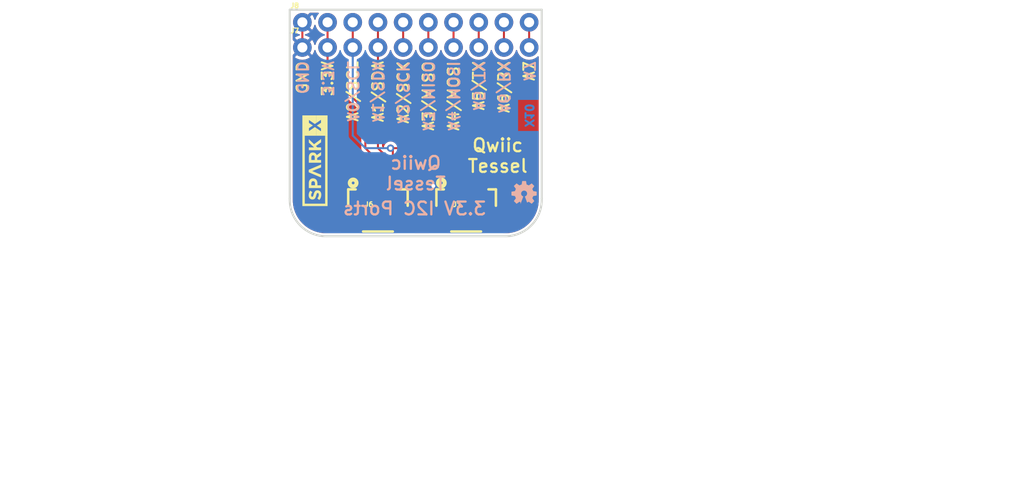
<source format=kicad_pcb>
(kicad_pcb (version 20211014) (generator pcbnew)
  (layers (0 "F.Cu" signal) (31 "B.Cu" signal) (34 "B.Paste" user) (35 "F.Paste" user) (36 "B.SilkS" user "B.Silkscreen") (37 "F.SilkS" user "F.Silkscreen") (38 "B.Mask" user) (39 "F.Mask" user) (44 "Edge.Cuts" user))
  (net 0 "")
  (net 1 "GND")
  (net 2 "3.3V")
  (net 3 "A7")
  (net 4 "A6/RX")
  (net 5 "A5/TX")
  (net 6 "A4/MOSI")
  (net 7 "A3/MISO")
  (net 8 "A2/SCK")
  (net 9 "A1/SDA")
  (net 10 "A0/SCL")
  (footprint "eagleBoard:SPARKX-MEDIUM" (layer "F.Cu") (at 138.3411 108.812233 90)
    (fp_text reference "U$2" hide)
    (fp_text value "SPARKX-LOGO4" hide)
    (fp_poly (pts (xy 1.865272 -0.295634) (xy 1.535904 -0.295634) (xy 1.834847 -0.617646) (xy 2.174284 -0.617646)) (layer "F.SilkS") (width 0) (fill solid))
    (fp_poly (pts (xy -3.164101 -0.264097) (xy -3.239432 -0.305634) (xy -3.135518 -0.305634)) (layer "F.SilkS") (width 0) (fill solid))
    (fp_poly (pts (xy 1.344596 -0.089545) (xy 1.545187 -0.305634) (xy 1.874867 -0.305634) (xy 1.669821 -0.091935) (xy 2.195332 0.618562) (xy 1.859174 0.618562) (xy 1.480797 0.099201) (xy 1.344596 0.240675) (xy 1.344596 0.618562) (xy 1.064846 0.618562) (xy 1.064846 -0.305634) (xy 1.344596 -0.305634)) (layer "F.SilkS") (width 0) (fill solid))
    (fp_poly (pts (xy -3.350864 -0.623897) (xy -3.231664 -0.593614) (xy -3.122681 -0.544594) (xy -3.018757 -0.474993) (xy -3.142402 -0.295634) (xy -3.221295 -0.295634) (xy -3.328541 -0.354727) (xy -3.406214 -0.378309) (xy -3.483831 -0.386332) (xy -3.551059 -0.378465) (xy -3.598739 -0.356196) (xy -3.626802 -0.323794) (xy -3.63342 -0.295634) (xy -3.909783 -0.295634) (xy -3.905449 -0.341086) (xy -3.88163 -0.413579) (xy -3.843373 -0.476992) (xy -3.792562 -0.531416) (xy -3.729539 -0.574971) (xy -3.655543 -0.607348) (xy -3.572421 -0.627359) (xy -3.48111 -0.634121)) (layer "F.SilkS") (width 0) (fill solid))
    (fp_poly (pts (xy -3.63614 -0.28381) (xy -3.63614 -0.281243) (xy -3.625594 -0.231145) (xy -3.586256 -0.193557) (xy -3.506021 -0.161102) (xy -3.375421 -0.124571) (xy -3.20837 -0.069497) (xy -3.084773 0.004288) (xy -3.039813 0.051736) (xy -3.007425 0.106786) (xy -2.98779 0.171058) (xy -2.981431 0.246677) (xy -2.981431 0.254442) (xy -2.989734 0.340975) (xy -3.014776 0.418156) (xy -3.054999 0.484064) (xy -3.108523 0.538825) (xy -3.174819 0.581443) (xy -3.251936 0.612864) (xy -3.339283 0.632345) (xy -3.435454 0.638692) (xy -3.575258 0.62643) (xy -3.712363 0.589929) (xy -3.841957 0.528456) (xy -3.962905 0.437932) (xy -3.797445 0.239191) (xy -3.70858 0.303299) (xy -3.621793 0.350171) (xy -3.529975 0.379937) (xy -3.429933 0.389994) (xy -3.35618 0.382097) (xy -3.302034 0.35971) (xy -3.268752 0.325074) (xy -3.257521 0.278298) (xy -3.257521 0.275769) (xy -3.267162 0.231061) (xy -3.302086 0.195266) (xy -3.376797 0.161061) (xy -3.501746 0.12458) (xy -3.671424 0.073219) (xy -3.800513 0.00314) (xy -3.847977 -0.043804) (xy -3.883465 -0.101229) (xy -3.90566 -0.17153) (xy -3.913146 -0.255809) (xy -3.913146 -0.259925) (xy -3.908835 -0.305634) (xy -3.631093 -0.305634)) (layer "F.SilkS") (width 0) (fill solid))
    (fp_poly (pts (xy -2.476681 0.000487) (xy -2.268076 0.000487) (xy -2.179495 -0.012423) (xy -2.113916 -0.051299) (xy -2.073186 -0.109683) (xy -2.059656 -0.180607) (xy -2.059656 -0.183345) (xy -2.07389 -0.261685) (xy -2.107186 -0.305634) (xy -1.791612 -0.305634) (xy -1.784441 -0.28073) (xy -1.77625 -0.189505) (xy -1.77625 -0.16442) (xy -1.778857 -0.169639) (xy -1.786895 -0.086136) (xy -1.816007 0.002126) (xy -1.862432 0.077275) (xy -1.923461 0.139229) (xy -1.997168 0.187031) (xy -2.082436 0.221506) (xy -2.177086 0.2422) (xy -2.277599 0.249143) (xy -2.477596 0.249143) (xy -2.477596 0.616734) (xy -2.757343 0.616734) (xy -2.757343 -0.305634) (xy -2.476681 -0.305634)) (layer "F.SilkS") (width 0) (fill solid))
    (fp_poly (pts (xy -2.145499 -0.611403) (xy -2.052069 -0.588123) (xy -1.971014 -0.550421) (xy -1.903114 -0.500214) (xy -1.848543 -0.437616) (xy -1.808605 -0.364015) (xy -1.788713 -0.295634) (xy -2.099613 -0.295634) (xy -2.116482 -0.317948) (xy -2.18378 -0.352785) (xy -2.273523 -0.364418) (xy -2.476681 -0.364418) (xy -2.476681 -0.295634) (xy -2.757343 -0.295634) (xy -2.757343 -0.619478) (xy -2.251062 -0.619478)) (layer "F.SilkS") (width 0) (fill solid))
    (fp_poly (pts (xy 0.467247 -0.610908) (xy 0.559405 -0.590713) (xy 0.639462 -0.556901) (xy 0.707412 -0.509438) (xy 0.761528 -0.449759) (xy 0.800081 -0.379455) (xy 0.823889 -0.295634) (xy 0.513044 -0.295634) (xy 0.49326 -0.321553) (xy 0.427917 -0.353583) (xy 0.339846 -0.364418) (xy 0.077237 -0.364418) (xy 0.077237 -0.295634) (xy -0.202509 -0.295634) (xy -0.202509 -0.617646) (xy 0.363177 -0.617646)) (layer "F.SilkS") (width 0) (fill solid))
    (fp_poly (pts (xy 4.577 0.12824) (xy 3.80238 0.12824) (xy 3.705494 -0.013718) (xy 4.111722 -0.607646) (xy 3.817585 -0.607646) (xy 3.555172 -0.205715) (xy 3.294607 -0.607646) (xy 2.991304 -0.607646) (xy 3.397564 -0.010046) (xy 3.302701 0.12824) (xy 2.524231 0.12824) (xy 2.524231 -1.025528) (xy -4.332 -1.025528) (xy -4.332 1.025528) (xy 2.451934 1.025528) (xy 2.451934 1.270528) (xy -4.577 1.270528) (xy -4.577 -1.270528) (xy 4.577 -1.270528)) (layer "F.SilkS") (width 0) (fill solid))
    (fp_poly (pts (xy 1.344596 -0.295634) (xy 1.064846 -0.295634) (xy 1.064846 -0.617646) (xy 1.344596 -0.617646)) (layer "F.SilkS") (width 0) (fill solid))
    (fp_poly (pts (xy -0.768357 -0.295634) (xy -1.305603 -0.295634) (xy -1.164592 -0.62679) (xy -0.909265 -0.62679)) (layer "F.SilkS") (width 0) (fill solid))
    (fp_poly (pts (xy 2.973067 0.608562) (xy 3.267199 0.608562) (xy 3.54697 0.183826) (xy 3.824894 0.608562) (xy 4.130023 0.608562) (xy 3.795558 0.11824) (xy 4.577 0.11824) (xy 4.577 1.270528) (xy 2.441934 1.270528) (xy 2.441934 1.025528) (xy 2.524231 1.025528) (xy 2.524231 0.11824) (xy 3.309564 0.11824)) (layer "F.SilkS") (width 0) (fill solid))
    (fp_poly (pts (xy -0.379228 0.618562) (xy -0.672701 0.618562) (xy -1.040587 -0.283936) (xy -1.408473 0.618562) (xy -1.69463 0.618562) (xy -1.301346 -0.305634) (xy -0.772612 -0.305634)) (layer "F.SilkS") (width 0) (fill solid))
    (fp_poly (pts (xy 0.077237 -0.022375) (xy 0.345303 -0.022375) (xy 0.432552 -0.034292) (xy 0.495867 -0.068766) (xy 0.534478 -0.122507) (xy 0.547296 -0.191568) (xy 0.547296 -0.193407) (xy 0.533775 -0.268583) (xy 0.505388 -0.305634) (xy 0.820956 -0.305634) (xy 0.823121 -0.298646) (xy 0.830703 -0.207776) (xy 0.830703 -0.203573) (xy 0.812152 -0.067471) (xy 0.756624 0.041423) (xy 0.671694 0.123367) (xy 0.569647 0.177363) (xy 0.871762 0.618562) (xy 0.544141 0.618562) (xy 0.281707 0.226284) (xy 0.077237 0.226284) (xy 0.077237 0.618562) (xy -0.202509 0.618562) (xy -0.202509 -0.305634) (xy 0.077237 -0.305634)) (layer "F.SilkS") (width 0) (fill solid))
  )
  (footprint "eagleBoard:1X04_1MM_RA" (layer "F.Cu") (at 144.6911 111.352233)
    (fp_text reference "J6" (at -1.397 2.159) (layer "F.SilkS") (effects (font (size 0.48768 0.48768) (thickness 0.12192)) (justify left bottom)))
    (fp_text value "")
    (fp_line (start -3 0.35) (end -2.25 0.35) (layer "F.SilkS") (width 0.254))
    (fp_line (start -3 2) (end -3 0.35) (layer "F.SilkS") (width 0.254))
    (fp_line (start 2.25 0.35) (end 3 0.35) (layer "F.SilkS") (width 0.254))
    (fp_line (start 3 0.35) (end 3 2) (layer "F.SilkS") (width 0.254))
    (fp_line (start -1.5 4.6) (end 1.5 4.6) (layer "F.SilkS") (width 0.254))
    (fp_circle (center -2.5 -0.3) (end -2.3586 -0.3) (layer "F.SilkS") (width 0.4) (fill none))
    (pad "1" smd rect (at -1.5 0) (size 0.6 1.35) (layers "F.Cu" "F.Paste" "F.Mask") (net 1 "GND"))
    (pad "2" smd rect (at -0.5 0) (size 0.6 1.35) (layers "F.Cu" "F.Paste" "F.Mask") (net 2 "3.3V"))
    (pad "3" smd rect (at 0.5 0) (size 0.6 1.35) (layers "F.Cu" "F.Paste" "F.Mask") (net 9 "A1/SDA"))
    (pad "4" smd rect (at 1.5 0) (size 0.6 1.35) (layers "F.Cu" "F.Paste" "F.Mask") (net 10 "A0/SCL"))
    (pad "NC1" smd rect (at 2.8 3.675) (size 1.2 2) (layers "F.Cu" "F.Paste" "F.Mask"))
    (pad "NC2" smd rect (at -2.8 3.675) (size 1.2 2) (layers "F.Cu" "F.Paste" "F.Mask"))
  )
  (footprint "eagleBoard:1X04_1MM_RA" (layer "F.Cu") (at 153.581881 111.352115)
    (fp_text reference "J1" (at -1.397 2.159) (layer "F.SilkS") (effects (font (size 0.48768 0.48768) (thickness 0.12192)) (justify left bottom)))
    (fp_text value "")
    (fp_line (start 2.25 0.35) (end 3 0.35) (layer "F.SilkS") (width 0.254))
    (fp_line (start -1.5 4.6) (end 1.5 4.6) (layer "F.SilkS") (width 0.254))
    (fp_line (start -3 2) (end -3 0.35) (layer "F.SilkS") (width 0.254))
    (fp_line (start 3 0.35) (end 3 2) (layer "F.SilkS") (width 0.254))
    (fp_line (start -3 0.35) (end -2.25 0.35) (layer "F.SilkS") (width 0.254))
    (fp_circle (center -2.5 -0.3) (end -2.3586 -0.3) (layer "F.SilkS") (width 0.4) (fill none))
    (pad "1" smd rect (at -1.5 0) (size 0.6 1.35) (layers "F.Cu" "F.Paste" "F.Mask") (net 1 "GND"))
    (pad "2" smd rect (at -0.5 0) (size 0.6 1.35) (layers "F.Cu" "F.Paste" "F.Mask") (net 2 "3.3V"))
    (pad "3" smd rect (at 0.5 0) (size 0.6 1.35) (layers "F.Cu" "F.Paste" "F.Mask") (net 9 "A1/SDA"))
    (pad "4" smd rect (at 1.5 0) (size 0.6 1.35) (layers "F.Cu" "F.Paste" "F.Mask") (net 10 "A0/SCL"))
    (pad "NC1" smd rect (at 2.8 3.675) (size 1.2 2) (layers "F.Cu" "F.Paste" "F.Mask"))
    (pad "NC2" smd rect (at -2.8 3.675) (size 1.2 2) (layers "F.Cu" "F.Paste" "F.Mask"))
  )
  (footprint "eagleBoard:CREATIVE_COMMONS" (layer "F.Cu") (at 126.9111 140.562233)
    (fp_text reference "FRAME1" hide)
    (fp_text value "FRAME-LETTER" hide)
  )
  (footprint "eagleBoard:1X10_NO_SILK" (layer "F.Cu") (at 137.0711 94.842233)
    (fp_text reference "J8" (at -1.27 -1.397) (layer "F.SilkS") (effects (font (size 0.48768 0.48768) (thickness 0.12192)) (justify left bottom)))
    (fp_text value "")
    (pad "1" thru_hole circle (at 0 0 90) (size 1.8796 1.8796) (drill 1.016) (layers *.Cu *.Mask) (net 1 "GND"))
    (pad "2" thru_hole circle (at 2.54 0 90) (size 1.8796 1.8796) (drill 1.016) (layers *.Cu *.Mask) (net 2 "3.3V"))
    (pad "3" thru_hole circle (at 5.08 0 90) (size 1.8796 1.8796) (drill 1.016) (layers *.Cu *.Mask) (net 10 "A0/SCL"))
    (pad "4" thru_hole circle (at 7.62 0 90) (size 1.8796 1.8796) (drill 1.016) (layers *.Cu *.Mask) (net 9 "A1/SDA"))
    (pad "5" thru_hole circle (at 10.16 0 90) (size 1.8796 1.8796) (drill 1.016) (layers *.Cu *.Mask) (net 8 "A2/SCK"))
    (pad "6" thru_hole circle (at 12.7 0 90) (size 1.8796 1.8796) (drill 1.016) (layers *.Cu *.Mask) (net 7 "A3/MISO"))
    (pad "7" thru_hole circle (at 15.24 0 90) (size 1.8796 1.8796) (drill 1.016) (layers *.Cu *.Mask) (net 6 "A4/MOSI"))
    (pad "8" thru_hole circle (at 17.78 0 90) (size 1.8796 1.8796) (drill 1.016) (layers *.Cu *.Mask) (net 5 "A5/TX"))
    (pad "9" thru_hole circle (at 20.32 0 90) (size 1.8796 1.8796) (drill 1.016) (layers *.Cu *.Mask) (net 4 "A6/RX"))
    (pad "10" thru_hole circle (at 22.86 0 90) (size 1.8796 1.8796) (drill 1.016) (layers *.Cu *.Mask) (net 3 "A7"))
  )
  (footprint "eagleBoard:1X10_NO_SILK" (layer "F.Cu") (at 137.0711 97.382233)
    (fp_text reference "J7" (at -1.27 -1.397) (layer "F.SilkS") (effects (font (size 0.48768 0.48768) (thickness 0.12192)) (justify left bottom)))
    (fp_text value "")
    (pad "1" thru_hole circle (at 0 0 90) (size 1.8796 1.8796) (drill 1.016) (layers *.Cu *.Mask) (net 1 "GND"))
    (pad "2" thru_hole circle (at 2.54 0 90) (size 1.8796 1.8796) (drill 1.016) (layers *.Cu *.Mask) (net 2 "3.3V"))
    (pad "3" thru_hole circle (at 5.08 0 90) (size 1.8796 1.8796) (drill 1.016) (layers *.Cu *.Mask) (net 10 "A0/SCL"))
    (pad "4" thru_hole circle (at 7.62 0 90) (size 1.8796 1.8796) (drill 1.016) (layers *.Cu *.Mask) (net 9 "A1/SDA"))
    (pad "5" thru_hole circle (at 10.16 0 90) (size 1.8796 1.8796) (drill 1.016) (layers *.Cu *.Mask) (net 8 "A2/SCK"))
    (pad "6" thru_hole circle (at 12.7 0 90) (size 1.8796 1.8796) (drill 1.016) (layers *.Cu *.Mask) (net 7 "A3/MISO"))
    (pad "7" thru_hole circle (at 15.24 0 90) (size 1.8796 1.8796) (drill 1.016) (layers *.Cu *.Mask) (net 6 "A4/MOSI"))
    (pad "8" thru_hole circle (at 17.78 0 90) (size 1.8796 1.8796) (drill 1.016) (layers *.Cu *.Mask) (net 5 "A5/TX"))
    (pad "9" thru_hole circle (at 20.32 0 90) (size 1.8796 1.8796) (drill 1.016) (layers *.Cu *.Mask) (net 4 "A6/RX"))
    (pad "10" thru_hole circle (at 22.86 0 90) (size 1.8796 1.8796) (drill 1.016) (layers *.Cu *.Mask) (net 3 "A7"))
  )
  (footprint "eagleBoard:OSHW-LOGO-MINI" (layer "B.Cu") (at 159.4231 112.114233 180)
    (fp_text reference "LOGO1" hide)
    (fp_text value "OSHW-LOGOMINI" hide)
    (fp_poly (pts (xy 0.248928 0.903689) (xy 0.26557 0.895368) (xy 0.275571 0.895368) (xy 0.29557 0.885368) (xy 0.305571 0.885368) (xy 0.32557 0.875368) (xy 0.35234 0.875368) (xy 0.36911 0.858598) (xy 0.37557 0.855368) (xy 0.385571 0.855368) (xy 0.41911 0.838598) (xy 0.42911 0.828598) (xy 0.43557 0.825368) (xy 0.445571 0.825368) (xy 0.467713 0.814296) (xy 0.760503 1.01622) (xy 1.036814 0.751922) (xy 0.823853 0.457832) (xy 0.82783 0.449878) (xy 0.8446 0.433108) (xy 0.8446 0.413108) (xy 0.84783 0.409878) (xy 0.85783 0.389878) (xy 0.8746 0.373108) (xy 0.8746 0.353108) (xy 0.8846 0.343108) (xy 0.8846 0.316338) (xy 0.88783 0.309878) (xy 0.9046 0.293108) (xy 0.9046 0.273108) (xy 0.9146 0.263108) (xy 0.9146 0.239559) (xy 1.2746 0.179559) (xy 1.2746 -0.204671) (xy 0.9146 -0.266386) (xy 0.9146 -0.271602) (xy 0.9046 -0.291601) (xy 0.9046 -0.301602) (xy 0.8946 -0.321601) (xy 0.8946 -0.331602) (xy 0.8746 -0.371601) (xy 0.8746 -0.381602) (xy 0.85783 -0.415141) (xy 0.84783 -0.425141) (xy 0.8446 -0.431601) (xy 0.8446 -0.441602) (xy 0.82783 -0.475141) (xy 0.822489 -0.480482) (xy 1.036774 -0.766197) (xy 0.761086 -1.041885) (xy 0.465167 -0.837804) (xy 0.45234 -0.850631) (xy 0.44234 -0.850631) (xy 0.43234 -0.860631) (xy 0.41234 -0.860631) (xy 0.40234 -0.870631) (xy 0.39234 -0.870631) (xy 0.38234 -0.880631) (xy 0.37234 -0.880631) (xy 0.3646 -0.888371) (xy 0.3646 -1.074642) (xy 0.079132 -0.303879) (xy 0.16409 -0.261401) (xy 0.18409 -0.241401) (xy 0.20409 -0.231401) (xy 0.23537 -0.200121) (xy 0.24537 -0.180121) (xy 0.26537 -0.160121) (xy 0.271403 -0.148055) (xy 0.281404 -0.118052) (xy 0.2886 -0.103661) (xy 0.2886 -0.086464) (xy 0.2986 -0.056464) (xy 0.2986 0.021201) (xy 0.2886 0.051201) (xy 0.2886 0.075862) (xy 0.272159 0.100524) (xy 0.262159 0.130523) (xy 0.227068 0.18316) (xy 0.192392 0.217836) (xy 0.139755 0.252927) (xy 0.109756 0.262927) (xy 0.085094 0.279368) (xy 0.060433 0.279368) (xy 0.030433 0.289368) (xy -0.028724 0.289368) (xy -0.068722 0.279368) (xy -0.091894 0.279368) (xy -0.116556 0.262927) (xy -0.146555 0.252927) (xy -0.169192 0.237836) (xy -0.189191 0.217837) (xy -0.219192 0.197836) (xy -0.233868 0.18316) (xy -0.268959 0.130523) (xy -0.3054 0.021201) (xy -0.3054 -0.026464) (xy -0.2954 -0.056464) (xy -0.2954 -0.083661) (xy -0.278204 -0.118052) (xy -0.268203 -0.148055) (xy -0.25217 -0.180121) (xy -0.23217 -0.200121) (xy -0.22217 -0.220121) (xy -0.21089 -0.231401) (xy -0.19089 -0.241401) (xy -0.17089 -0.261401) (xy -0.138824 -0.277434) (xy -0.074125 -0.299) (xy -0.308354 -0.931417) (xy -0.34914 -0.890631) (xy -0.36914 -0.890631) (xy -0.37914 -0.880631) (xy -0.38914 -0.880631) (xy -0.39914 -0.870631) (xy -0.40914 -0.870631) (xy -0.41914 -0.860631) (xy -0.42914 -0.860631) (xy -0.43914 -0.850631) (xy -0.44914 -0.850631) (xy -0.45914 -0.840631) (xy -0.46914 -0.840631) (xy -0.471967 -0.837804) (xy -0.76848 -1.042295) (xy -1.032615 -0.766154) (xy -0.82762 -0.479161) (xy -0.8314 -0.471602) (xy -0.8314 -0.461601) (xy -0.83463 -0.455141) (xy -0.84463 -0.445141) (xy -0.85463 -0.425141) (xy -0.8714 -0.408371) (xy -0.8714 -0.388371) (xy -0.8814 -0.378371) (xy -0.8814 -0.351601) (xy -0.88463 -0.345141) (xy -0.9014 -0.328371) (xy -0.9014 -0.308371) (xy -0.9114 -0.298371) (xy -0.9114 -0.271601) (xy -0.914252 -0.265897) (xy -1.2714 -0.204671) (xy -1.2714 0.179408) (xy -0.919721 0.239696) (xy -0.9114 0.256338) (xy -0.9114 0.266339) (xy -0.9014 0.286338) (xy -0.9014 0.296339) (xy -0.8814 0.336338) (xy -0.8814 0.346339) (xy -0.86463 0.379878) (xy -0.8614 0.383108) (xy -0.8614 0.403108) (xy -0.84463 0.419878) (xy -0.83463 0.439878) (xy -0.8314 0.443108) (xy -0.8314 0.460035) (xy -1.032654 0.751854) (xy -0.767886 1.016622) (xy -0.471967 0.812541) (xy -0.45914 0.825368) (xy -0.43914 0.825368) (xy -0.43591 0.828598) (xy -0.41591 0.838598) (xy -0.39914 0.855368) (xy -0.37914 0.855368) (xy -0.37591 0.858598) (xy -0.342371 0.875368) (xy -0.33237 0.875368) (xy -0.312371 0.885368) (xy -0.29914 0.885368) (xy -0.28914 0.895368) (xy -0.26237 0.895368) (xy -0.256666 0.89822) (xy -0.19544 1.255368) (xy 0.18864 1.255368)) (layer "B.SilkS") (width 0) (fill solid))
  )
  (gr_arc (start 161.201099 112.622234) (mid 160.128599 115.359733) (end 157.3911 116.432233) (layer "Edge.Cuts") (width 0.2032))
  (gr_line (start 157.3911 116.432233) (end 139.6111 116.432233) (layer "Edge.Cuts") (width 0.2032))
  (gr_line (start 161.2011 93.572233) (end 135.8011 93.572233) (layer "Edge.Cuts") (width 0.2032))
  (gr_line (start 161.2011 112.622233) (end 161.2011 93.572233) (layer "Edge.Cuts") (width 0.2032))
  (gr_arc (start 139.611098 116.432233) (mid 136.8736 115.359732) (end 135.8011 112.622233) (layer "Edge.Cuts") (width 0.2032))
  (gr_line (start 135.8011 93.572233) (end 135.8011 112.622233) (layer "Edge.Cuts") (width 0.2032))
  (gr_text "X10" (at 159.9311 104.240233 -90) (layer "B.Cu") (effects (font (size 0.8128 0.8128) (thickness 0.2032)) (justify mirror)))
  (gr_text "A4/MOSI" (at 152.3111 98.652233 -90) (layer "B.SilkS") (effects (font (size 1.0795 1.0795) (thickness 0.1905)) (justify right mirror)))
  (gr_text "3.3V" (at 139.6111 98.652233 -90) (layer "B.SilkS") (effects (font (size 1.0795 1.0795) (thickness 0.1905)) (justify right mirror)))
  (gr_text "A6/RX" (at 157.3911 98.652233 -90) (layer "B.SilkS") (effects (font (size 1.0795 1.0795) (thickness 0.1905)) (justify right mirror)))
  (gr_text "A1/SDA" (at 144.6911 98.652233 -90) (layer "B.SilkS") (effects (font (size 1.0795 1.0795) (thickness 0.1905)) (justify right mirror)))
  (gr_text "A0/SCL" (at 142.1511 98.652233 -90) (layer "B.SilkS") (effects (font (size 1.0795 1.0795) (thickness 0.1905)) (justify right mirror)))
  (gr_text "Qwiic\nTessel" (at 148.5011 110.082233) (layer "B.SilkS") (effects (font (size 1.2954 1.2954) (thickness 0.2286)) (justify mirror)))
  (gr_text "A5/TX" (at 154.8511 98.652233 -90) (layer "B.SilkS") (effects (font (size 1.0795 1.0795) (thickness 0.1905)) (justify right mirror)))
  (gr_text "3.3V I2C Ports" (at 148.3741 113.638233) (layer "B.SilkS") (effects (font (size 1.2954 1.2954) (thickness 0.2286)) (justify mirror)))
  (gr_text "A7" (at 159.9311 98.652233 -90) (layer "B.SilkS") (effects (font (size 1.0795 1.0795) (thickness 0.1905)) (justify right mirror)))
  (gr_text "GND" (at 137.0711 98.652233 -90) (layer "B.SilkS") (effects (font (size 1.0795 1.0795) (thickness 0.1905)) (justify right mirror)))
  (gr_text "A2/SCK" (at 147.2311 98.652233 -90) (layer "B.SilkS") (effects (font (size 1.0795 1.0795) (thickness 0.1905)) (justify right mirror)))
  (gr_text "A3/MISO" (at 149.7711 98.652233 -90) (layer "B.SilkS") (effects (font (size 1.0795 1.0795) (thickness 0.1905)) (justify right mirror)))
  (gr_text "A1/SDA" (at 144.6911 98.652233 90) (layer "F.SilkS") (effects (font (size 1.0795 1.0795) (thickness 0.1905)) (justify right)))
  (gr_text "A3/MISO" (at 149.7711 98.652233 90) (layer "F.SilkS") (effects (font (size 1.0795 1.0795) (thickness 0.1905)) (justify right)))
  (gr_text "GND" (at 137.0711 98.652233 90) (layer "F.SilkS") (effects (font (size 1.0795 1.0795) (thickness 0.1905)) (justify right)))
  (gr_text "A5/TX" (at 154.8511 98.652233 90) (layer "F.SilkS") (effects (font (size 1.0795 1.0795) (thickness 0.1905)) (justify right)))
  (gr_text "A4/MOSI" (at 152.3111 98.652233 90) (layer "F.SilkS") (effects (font (size 1.0795 1.0795) (thickness 0.1905)) (justify right)))
  (gr_text "A0/SCL" (at 142.1511 98.652233 90) (layer "F.SilkS") (effects (font (size 1.0795 1.0795) (thickness 0.1905)) (justify right)))
  (gr_text "Qwiic\nTessel" (at 156.7561 108.304233) (layer "F.SilkS") (effects (font (size 1.2954 1.2954) (thickness 0.2286))))
  (gr_text "A2/SCK" (at 147.2311 98.652233 90) (layer "F.SilkS") (effects (font (size 1.0795 1.0795) (thickness 0.1905)) (justify right)))
  (gr_text "3.3V" (at 139.6111 98.652233 90) (layer "F.SilkS") (effects (font (size 1.0795 1.0795) (thickness 0.1905)) (justify right)))
  (gr_text "A7" (at 159.9311 98.652233 90) (layer "F.SilkS") (effects (font (size 1.0795 1.0795) (thickness 0.1905)) (justify right)))
  (gr_text "A6/RX" (at 157.3911 98.652233 90) (layer "F.SilkS") (effects (font (size 1.0795 1.0795) (thickness 0.1905)) (justify right)))
  (segment (start 137.0711 94.842233) (end 137.0711 97.382233) (width 0.2032) (layer "F.Cu") (net 1))
  (via (at 150.2791 111.352233) (size 0.7366) (drill 0.381) (layers "F.Cu" "B.Cu") (net 1))
  (segment (start 153.081881 111.352115) (end 153.081881 112.613452) (width 0.2032) (layer "F.Cu") (net 2))
  (segment (start 144.1911 111.352233) (end 144.1911 108.312233) (width 0.2032) (layer "F.Cu") (net 2))
  (segment (start 139.6111 94.842233) (end 139.6111 97.382233) (width 0.2032) (layer "F.Cu") (net 2))
  (segment (start 153.081881 112.613452) (end 152.5651 113.130233) (width 0.2032) (layer "F.Cu") (net 2))
  (segment (start 139.6111 97.382233) (end 139.6111 99.922233) (width 0.2032) (layer "F.Cu") (net 2))
  (segment (start 144.8181 113.130233) (end 152.5651 113.130233) (width 0.2032) (layer "F.Cu") (net 2))
  (segment (start 144.1911 112.503233) (end 144.8181 113.130233) (width 0.2032) (layer "F.Cu") (net 2))
  (segment (start 143.4211 103.732233) (end 143.4211 107.542233) (width 0.2032) (layer "F.Cu") (net 2))
  (segment (start 139.6111 99.922233) (end 143.4211 103.732233) (width 0.2032) (layer "F.Cu") (net 2))
  (segment (start 144.1911 111.352233) (end 144.1911 112.503233) (width 0.2032) (layer "F.Cu") (net 2))
  (segment (start 144.1911 108.312233) (end 143.4211 107.542233) (width 0.2032) (layer "F.Cu") (net 2))
  (segment (start 159.9311 94.842233) (end 159.9311 97.382233) (width 0.2032) (layer "F.Cu") (net 3))
  (segment (start 157.3911 94.842233) (end 157.3911 97.382233) (width 0.2032) (layer "F.Cu") (net 4))
  (segment (start 154.8511 94.842233) (end 154.8511 97.382233) (width 0.2032) (layer "F.Cu") (net 5))
  (segment (start 152.3111 94.842233) (end 152.3111 97.382233) (width 0.2032) (layer "F.Cu") (net 6))
  (segment (start 149.7711 94.842233) (end 149.7711 97.382233) (width 0.2032) (layer "F.Cu") (net 7))
  (segment (start 147.2311 94.842233) (end 147.2311 97.382233) (width 0.2032) (layer "F.Cu") (net 8))
  (segment (start 154.081881 111.352115) (end 154.081881 110.075015) (width 0.2032) (layer "F.Cu") (net 9))
  (segment (start 145.4531 112.622233) (end 148.5011 112.622233) (width 0.2032) (layer "F.Cu") (net 9))
  (segment (start 144.6911 97.382233) (end 144.6911 107.542233) (width 0.2032) (layer "F.Cu") (net 9))
  (segment (start 145.1911 112.360233) (end 145.4531 112.622233) (width 0.2032) (layer "F.Cu") (net 9))
  (segment (start 144.6911 94.842233) (end 144.6911 97.382233) (width 0.2032) (layer "F.Cu") (net 9))
  (segment (start 149.1361 111.987233) (end 148.5011 112.622233) (width 0.2032) (layer "F.Cu") (net 9))
  (segment (start 149.6441 109.701233) (end 149.1361 110.209233) (width 0.2032) (layer "F.Cu") (net 9))
  (segment (start 149.1361 110.209233) (end 149.1361 111.987233) (width 0.2032) (layer "F.Cu") (net 9))
  (segment (start 154.081881 110.075015) (end 153.7081 109.701233) (width 0.2032) (layer "F.Cu") (net 9))
  (segment (start 145.1911 111.352233) (end 145.1911 112.360233) (width 0.2032) (layer "F.Cu") (net 9))
  (segment (start 145.1911 111.352233) (end 145.1911 108.042233) (width 0.2032) (layer "F.Cu") (net 9))
  (segment (start 145.1911 108.042233) (end 144.6911 107.542233) (width 0.2032) (layer "F.Cu") (net 9))
  (segment (start 153.7081 109.701233) (end 149.6441 109.701233) (width 0.2032) (layer "F.Cu") (net 9))
  (segment (start 154.8511 107.542233) (end 145.9611 107.542233) (width 0.2032) (layer "F.Cu") (net 10))
  (segment (start 146.1911 111.352233) (end 146.1911 107.772233) (width 0.2032) (layer "F.Cu") (net 10))
  (segment (start 146.1911 107.772233) (end 145.9611 107.542233) (width 0.2032) (layer "F.Cu") (net 10))
  (segment (start 155.081881 107.773015) (end 154.8511 107.542233) (width 0.2032) (layer "F.Cu") (net 10))
  (segment (start 155.081881 111.352115) (end 155.081881 107.773015) (width 0.2032) (layer "F.Cu") (net 10))
  (segment (start 142.1511 94.842233) (end 142.1511 97.382233) (width 0.2032) (layer "F.Cu") (net 10))
  (via (at 145.9611 107.542233) (size 0.7366) (drill 0.381) (layers "F.Cu" "B.Cu") (net 10))
  (segment (start 143.4211 107.542233) (end 142.1511 106.272233) (width 0.2032) (layer "B.Cu") (net 10))
  (segment (start 142.1511 106.272233) (end 142.1511 97.382233) (width 0.2032) (layer "B.Cu") (net 10))
  (segment (start 145.9611 107.542233) (end 143.4211 107.542233) (width 0.2032) (layer "B.Cu") (net 10))
  (zone (net 1) (net_name "GND") (layer "F.Cu") (priority 6) (connect_pads (clearance 0.3048)) (min_thickness 0.127) (fill yes (thermal_gap 0.304) (thermal_bridge_width 0.304))
    (polygon (pts (xy 161.3281 116.559233) (xy 135.6741 116.559233) (xy 135.6741 93.445233) (xy 161.3281 93.445233)))
  )
  (zone (net 1) (net_name "GND") (layer "B.Cu") (priority 6) (connect_pads (clearance 0.3048)) (min_thickness 0.127) (fill yes (thermal_gap 0.304) (thermal_bridge_width 0.304))
    (polygon (pts (xy 161.3281 116.559233) (xy 135.6741 116.559233) (xy 135.6741 93.445233) (xy 161.3281 93.445233)))
  )
)
</source>
